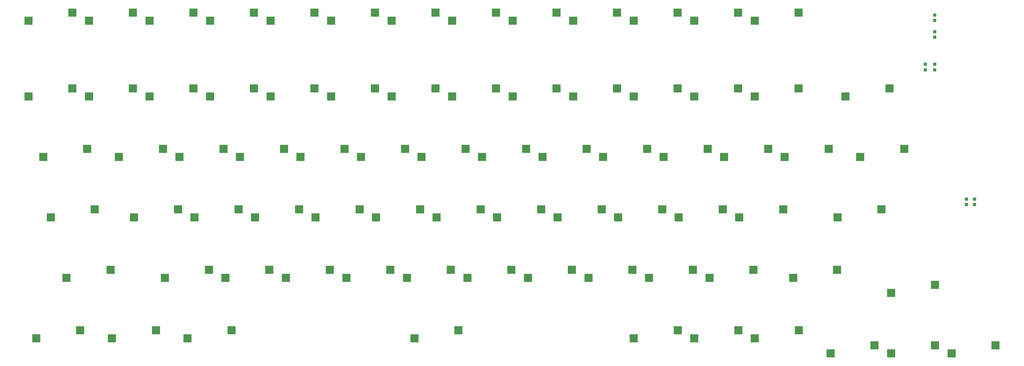
<source format=gbr>
%TF.GenerationSoftware,KiCad,Pcbnew,6.0.11-2627ca5db0~126~ubuntu22.04.1*%
%TF.CreationDate,2023-04-02T11:01:56+08:00*%
%TF.ProjectId,explorekb75,6578706c-6f72-4656-9b62-37352e6b6963,rev?*%
%TF.SameCoordinates,Original*%
%TF.FileFunction,Paste,Bot*%
%TF.FilePolarity,Positive*%
%FSLAX46Y46*%
G04 Gerber Fmt 4.6, Leading zero omitted, Abs format (unit mm)*
G04 Created by KiCad (PCBNEW 6.0.11-2627ca5db0~126~ubuntu22.04.1) date 2023-04-02 11:01:56*
%MOMM*%
%LPD*%
G01*
G04 APERTURE LIST*
G04 Aperture macros list*
%AMRoundRect*
0 Rectangle with rounded corners*
0 $1 Rounding radius*
0 $2 $3 $4 $5 $6 $7 $8 $9 X,Y pos of 4 corners*
0 Add a 4 corners polygon primitive as box body*
4,1,4,$2,$3,$4,$5,$6,$7,$8,$9,$2,$3,0*
0 Add four circle primitives for the rounded corners*
1,1,$1+$1,$2,$3*
1,1,$1+$1,$4,$5*
1,1,$1+$1,$6,$7*
1,1,$1+$1,$8,$9*
0 Add four rect primitives between the rounded corners*
20,1,$1+$1,$2,$3,$4,$5,0*
20,1,$1+$1,$4,$5,$6,$7,0*
20,1,$1+$1,$6,$7,$8,$9,0*
20,1,$1+$1,$8,$9,$2,$3,0*%
G04 Aperture macros list end*
%ADD10R,2.550000X2.500000*%
%ADD11RoundRect,0.237500X-0.237500X0.300000X-0.237500X-0.300000X0.237500X-0.300000X0.237500X0.300000X0*%
%ADD12RoundRect,0.237500X0.237500X-0.300000X0.237500X0.300000X-0.237500X0.300000X-0.237500X-0.300000X0*%
G04 APERTURE END LIST*
D10*
%TO.C,SW6*%
X184827485Y-72395000D03*
X170977485Y-74935000D03*
%TD*%
%TO.C,SW1*%
X89577485Y-72395000D03*
X75727485Y-74935000D03*
%TD*%
%TO.C,SW54*%
X294264985Y-134307500D03*
X280414985Y-136847500D03*
%TD*%
%TO.C,SW62*%
X208702485Y-153357500D03*
X194852485Y-155897500D03*
%TD*%
%TO.C,SW43*%
X351414985Y-115257500D03*
X337564985Y-117797500D03*
%TD*%
%TO.C,SW74*%
X280139985Y-172407500D03*
X266289985Y-174947500D03*
%TD*%
%TO.C,SW60*%
X170602485Y-153357500D03*
X156752485Y-155897500D03*
%TD*%
%TO.C,SW69*%
X361102485Y-158120000D03*
X347252485Y-160660000D03*
%TD*%
%TO.C,SW67*%
X303952485Y-153357500D03*
X290102485Y-155897500D03*
%TD*%
%TO.C,SW31*%
X118052485Y-115257500D03*
X104202485Y-117797500D03*
%TD*%
%TO.C,SW72*%
X139671235Y-172407500D03*
X125821235Y-174947500D03*
%TD*%
%TO.C,SW53*%
X275214985Y-134307500D03*
X261364985Y-136847500D03*
%TD*%
%TO.C,SW34*%
X175202485Y-115257500D03*
X161352485Y-117797500D03*
%TD*%
%TO.C,SW22*%
X203877485Y-96207500D03*
X190027485Y-98747500D03*
%TD*%
%TO.C,SW48*%
X179964985Y-134307500D03*
X166114985Y-136847500D03*
%TD*%
%TO.C,SW4*%
X146727485Y-72395000D03*
X132877485Y-74935000D03*
%TD*%
%TO.C,SW58*%
X132527485Y-153357500D03*
X118677485Y-155897500D03*
%TD*%
%TO.C,SW36*%
X213302485Y-115257500D03*
X199452485Y-117797500D03*
%TD*%
%TO.C,SW38*%
X251402485Y-115257500D03*
X237552485Y-117797500D03*
%TD*%
%TO.C,SW35*%
X194252485Y-115257500D03*
X180402485Y-117797500D03*
%TD*%
%TO.C,SW9*%
X241977485Y-72395000D03*
X228127485Y-74935000D03*
%TD*%
%TO.C,SW52*%
X256164985Y-134307500D03*
X242314985Y-136847500D03*
%TD*%
%TO.C,SW25*%
X261027485Y-96207500D03*
X247177485Y-98747500D03*
%TD*%
%TO.C,SW41*%
X308552485Y-115257500D03*
X294702485Y-117797500D03*
%TD*%
%TO.C,SW56*%
X344271235Y-134307500D03*
X330421235Y-136847500D03*
%TD*%
%TO.C,SW2*%
X108627485Y-72395000D03*
X94777485Y-74935000D03*
%TD*%
%TO.C,SW7*%
X203877485Y-72395000D03*
X190027485Y-74935000D03*
%TD*%
%TO.C,SW42*%
X327602485Y-115257500D03*
X313752485Y-117797500D03*
%TD*%
%TO.C,SW27*%
X299127485Y-96207500D03*
X285277485Y-98747500D03*
%TD*%
%TO.C,SW71*%
X115858735Y-172407500D03*
X102008735Y-174947500D03*
%TD*%
%TO.C,SW10*%
X261027485Y-72395000D03*
X247177485Y-74935000D03*
%TD*%
%TO.C,SW77*%
X342052485Y-177170000D03*
X328202485Y-179710000D03*
%TD*%
%TO.C,SW17*%
X108627485Y-96207500D03*
X94777485Y-98747500D03*
%TD*%
%TO.C,SW20*%
X165777485Y-96207500D03*
X151927485Y-98747500D03*
%TD*%
%TO.C,SW73*%
X211083735Y-172407500D03*
X197233735Y-174947500D03*
%TD*%
%TO.C,SW51*%
X237114985Y-134307500D03*
X223264985Y-136847500D03*
%TD*%
%TO.C,SW28*%
X318177485Y-96207500D03*
X304327485Y-98747500D03*
%TD*%
%TO.C,SW46*%
X141864985Y-134307500D03*
X128014985Y-136847500D03*
%TD*%
%TO.C,SW30*%
X94239985Y-115257500D03*
X80389985Y-117797500D03*
%TD*%
%TO.C,SW78*%
X361102485Y-177170000D03*
X347252485Y-179710000D03*
%TD*%
%TO.C,SW24*%
X241977485Y-96207500D03*
X228127485Y-98747500D03*
%TD*%
%TO.C,SW64*%
X246802485Y-153357500D03*
X232952485Y-155897500D03*
%TD*%
%TO.C,SW70*%
X92046235Y-172407500D03*
X78196235Y-174947500D03*
%TD*%
%TO.C,SW76*%
X318239985Y-172407500D03*
X304389985Y-174947500D03*
%TD*%
%TO.C,SW11*%
X280077485Y-72395000D03*
X266227485Y-74935000D03*
%TD*%
%TO.C,SW49*%
X199014985Y-134307500D03*
X185164985Y-136847500D03*
%TD*%
%TO.C,SW79*%
X380152485Y-177170000D03*
X366302485Y-179710000D03*
%TD*%
%TO.C,SW18*%
X127677485Y-96207500D03*
X113827485Y-98747500D03*
%TD*%
%TO.C,SW33*%
X156152485Y-115257500D03*
X142302485Y-117797500D03*
%TD*%
%TO.C,SW68*%
X330271235Y-153357500D03*
X316421235Y-155897500D03*
%TD*%
%TO.C,SW47*%
X160914985Y-134307500D03*
X147064985Y-136847500D03*
%TD*%
%TO.C,SW50*%
X218064985Y-134307500D03*
X204214985Y-136847500D03*
%TD*%
%TO.C,SW32*%
X137102485Y-115257500D03*
X123252485Y-117797500D03*
%TD*%
%TO.C,SW57*%
X101571235Y-153357500D03*
X87721235Y-155897500D03*
%TD*%
%TO.C,SW26*%
X280077485Y-96207500D03*
X266227485Y-98747500D03*
%TD*%
%TO.C,SW21*%
X184827485Y-96207500D03*
X170977485Y-98747500D03*
%TD*%
%TO.C,SW23*%
X222927485Y-96207500D03*
X209077485Y-98747500D03*
%TD*%
%TO.C,SW44*%
X96621235Y-134307500D03*
X82771235Y-136847500D03*
%TD*%
%TO.C,SW19*%
X146727485Y-96207500D03*
X132877485Y-98747500D03*
%TD*%
%TO.C,SW40*%
X289502485Y-115257500D03*
X275652485Y-117797500D03*
%TD*%
%TO.C,SW12*%
X299127485Y-72395000D03*
X285277485Y-74935000D03*
%TD*%
%TO.C,SW65*%
X265852485Y-153357500D03*
X252002485Y-155897500D03*
%TD*%
%TO.C,SW16*%
X89577485Y-96207500D03*
X75727485Y-98747500D03*
%TD*%
%TO.C,SW45*%
X122814985Y-134307500D03*
X108964985Y-136847500D03*
%TD*%
%TO.C,SW37*%
X232352485Y-115257500D03*
X218502485Y-117797500D03*
%TD*%
%TO.C,SW5*%
X165777485Y-72395000D03*
X151927485Y-74935000D03*
%TD*%
%TO.C,SW59*%
X151552485Y-153357500D03*
X137702485Y-155897500D03*
%TD*%
%TO.C,SW75*%
X299189985Y-172407500D03*
X285339985Y-174947500D03*
%TD*%
%TO.C,SW39*%
X270452485Y-115257500D03*
X256602485Y-117797500D03*
%TD*%
%TO.C,SW55*%
X313314985Y-134307500D03*
X299464985Y-136847500D03*
%TD*%
%TO.C,SW63*%
X227752485Y-153357500D03*
X213902485Y-155897500D03*
%TD*%
%TO.C,SW66*%
X284902485Y-153357500D03*
X271052485Y-155897500D03*
%TD*%
%TO.C,SW61*%
X189652485Y-153357500D03*
X175802485Y-155897500D03*
%TD*%
%TO.C,SW3*%
X127677485Y-72395000D03*
X113827485Y-74935000D03*
%TD*%
%TO.C,SW8*%
X222927485Y-72395000D03*
X209077485Y-74935000D03*
%TD*%
%TO.C,SW29*%
X346752485Y-96207500D03*
X332902485Y-98747500D03*
%TD*%
%TO.C,SW13*%
X318177485Y-72395000D03*
X304327485Y-74935000D03*
%TD*%
D11*
%TO.C,C2*%
X358000000Y-88637500D03*
X358000000Y-90362500D03*
%TD*%
D12*
%TO.C,C4*%
X361000000Y-80112500D03*
X361000000Y-78387500D03*
%TD*%
%TO.C,R1*%
X371000000Y-132862500D03*
X371000000Y-131137500D03*
%TD*%
D11*
%TO.C,C1*%
X361000000Y-88637500D03*
X361000000Y-90362500D03*
%TD*%
D12*
%TO.C,R2*%
X373510000Y-132862500D03*
X373510000Y-131137500D03*
%TD*%
%TO.C,C3*%
X361000000Y-74862500D03*
X361000000Y-73137500D03*
%TD*%
M02*

</source>
